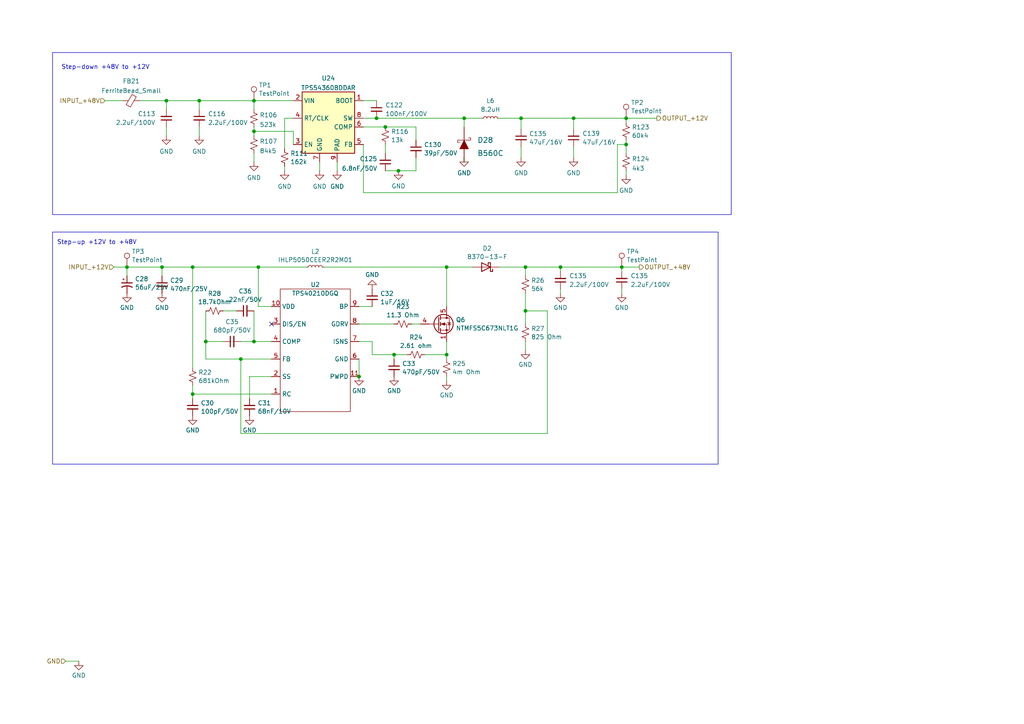
<source format=kicad_sch>
(kicad_sch (version 20230121) (generator eeschema)
  (paper "A4")
  (lib_symbols
    (symbol "Connector:TestPoint" (pin_numbers hide) (pin_names (offset 0.762) hide)
      (property "Reference" "TP" (at 0 6.858 0))
      (property "Value" "TestPoint" (at 0 5.08 0))
      (symbol "TestPoint_0_1"
        (circle (center 0 3.302) (radius 0.762))
      )
      (symbol "TestPoint_1_1"
        (pin passive line (at 0 0 90) (length 2.54) (name "1") (number "1"))
      )
    )
    (symbol "Converter_DCDC:TPS40210"
      (property "Reference" "U" (at 0 2.54 0))
      (symbol "TPS40210_0_1"
        (rectangle (start -10.16 0) (end 10.16 -35.56))
      )
      (symbol "TPS40210_1_1"
        (pin input line (at -12.7 -30.48 0) (length 2.54) (name "RC") (number "1"))
        (pin input line (at -12.7 -5.08 0) (length 2.54) (name "VDD") (number "10"))
        (pin input line (at 12.7 -25.4 180) (length 2.54) (name "PWPD") (number "11"))
        (pin input line (at -12.7 -25.4 0) (length 2.54) (name "SS") (number "2"))
        (pin input line (at -12.7 -10.16 0) (length 2.54) (name "DIS/EN") (number "3"))
        (pin input line (at -12.7 -15.24 0) (length 2.54) (name "COMP") (number "4"))
        (pin input line (at -12.7 -20.32 0) (length 2.54) (name "FB") (number "5"))
        (pin input line (at 12.7 -20.32 180) (length 2.54) (name "GND") (number "6"))
        (pin input line (at 12.7 -15.24 180) (length 2.54) (name "ISNS") (number "7"))
        (pin input line (at 12.7 -10.16 180) (length 2.54) (name "GDRV") (number "8"))
        (pin input line (at 12.7 -5.08 180) (length 2.54) (name "BP") (number "9"))
      )
    )
    (symbol "Device:C_Polarized_Small_US" (pin_numbers hide) (pin_names (offset 0.254) hide)
      (property "Reference" "C" (at 0.254 1.778 0))
      (property "Value" "C_Polarized_Small_US" (at 0.254 -2.032 0))
      (symbol "C_Polarized_Small_US_0_1"
        (polyline (pts (xy -1.524 0.508) (xy 1.524 0.508)) (stroke (width 0.3048)))
        (polyline (pts (xy -1.27 1.524) (xy -0.762 1.524)))
        (polyline (pts (xy -1.016 1.27) (xy -1.016 1.778)))
        (arc (start 1.524 -0.762) (mid 0 -0.3734) (end -1.524 -0.762) (stroke (width 0.3048)))
      )
      (symbol "C_Polarized_Small_US_1_1"
        (pin passive line (at 0 2.54 270) (length 2.032) (name "~") (number "1"))
        (pin passive line (at 0 -2.54 90) (length 2.032) (name "~") (number "2"))
      )
    )
    (symbol "Device:C_Small" (pin_numbers hide) (pin_names (offset 0.254) hide)
      (property "Reference" "C" (at 0.254 1.778 0))
      (property "Value" "C_Small" (at 0.254 -2.032 0))
      (symbol "C_Small_0_1"
        (polyline (pts (xy -1.524 -0.508) (xy 1.524 -0.508)) (stroke (width 0.3302)))
        (polyline (pts (xy -1.524 0.508) (xy 1.524 0.508)) (stroke (width 0.3048)))
      )
      (symbol "C_Small_1_1"
        (pin passive line (at 0 2.54 270) (length 2.032) (name "~") (number "1"))
        (pin passive line (at 0 -2.54 90) (length 2.032) (name "~") (number "2"))
      )
    )
    (symbol "Device:D_Schottky" (pin_numbers hide) (pin_names (offset 1.016) hide)
      (property "Reference" "D" (at 0 2.54 0))
      (property "Value" "D_Schottky" (at 0 -2.54 0))
      (symbol "D_Schottky_0_1"
        (polyline (pts (xy 1.27 0) (xy -1.27 0)))
        (polyline (pts (xy 1.27 1.27) (xy 1.27 -1.27) (xy -1.27 0) (xy 1.27 1.27)) (stroke (width 0.254)))
        (polyline (pts (xy -1.905 0.635) (xy -1.905 1.27) (xy -1.27 1.27) (xy -1.27 -1.27) (xy -0.635 -1.27) (xy -0.635 -0.635)) (stroke (width 0.254)))
      )
      (symbol "D_Schottky_1_1"
        (pin passive line (at -3.81 0 0) (length 2.54) (name "K") (number "1"))
        (pin passive line (at 3.81 0 180) (length 2.54) (name "A") (number "2"))
      )
    )
    (symbol "Device:FerriteBead_Small" (pin_numbers hide) (pin_names (offset 0))
      (property "Reference" "FB" (at 1.905 1.27 0))
      (property "Value" "FerriteBead_Small" (at 1.905 -1.27 0))
      (symbol "FerriteBead_Small_0_1"
        (polyline (pts (xy 0 -1.27) (xy 0 -0.7874)))
        (polyline (pts (xy 0 0.889) (xy 0 1.2954)))
        (polyline (pts (xy -1.8288 0.2794) (xy -1.1176 1.4986) (xy 1.8288 -0.2032) (xy 1.1176 -1.4224) (xy -1.8288 0.2794)))
      )
      (symbol "FerriteBead_Small_1_1"
        (pin passive line (at 0 2.54 270) (length 1.27) (name "~") (number "1"))
        (pin passive line (at 0 -2.54 90) (length 1.27) (name "~") (number "2"))
      )
    )
    (symbol "Device:L_Small" (pin_numbers hide) (pin_names (offset 0.254) hide)
      (property "Reference" "L" (at 0.762 1.016 0))
      (property "Value" "L_Small" (at 0.762 -1.016 0))
      (symbol "L_Small_0_1"
        (arc (start 0 -2.032) (mid 0.5058 -1.524) (end 0 -1.016))
        (arc (start 0 -1.016) (mid 0.5058 -0.508) (end 0 0))
        (arc (start 0 0) (mid 0.5058 0.508) (end 0 1.016))
        (arc (start 0 1.016) (mid 0.5058 1.524) (end 0 2.032))
      )
      (symbol "L_Small_1_1"
        (pin passive line (at 0 2.54 270) (length 0.508) (name "~") (number "1"))
        (pin passive line (at 0 -2.54 90) (length 0.508) (name "~") (number "2"))
      )
    )
    (symbol "Device:R_Small_US" (pin_numbers hide) (pin_names (offset 0.254) hide)
      (property "Reference" "R" (at 0.762 0.508 0))
      (property "Value" "R_Small_US" (at 0.762 -1.016 0))
      (symbol "R_Small_US_1_1"
        (polyline (pts (xy 0 0) (xy 1.016 -0.381) (xy 0 -0.762) (xy -1.016 -1.143) (xy 0 -1.524)))
        (polyline (pts (xy 0 1.524) (xy 1.016 1.143) (xy 0 0.762) (xy -1.016 0.381) (xy 0 0)))
        (pin passive line (at 0 2.54 270) (length 1.016) (name "~") (number "1"))
        (pin passive line (at 0 -2.54 90) (length 1.016) (name "~") (number "2"))
      )
    )
    (symbol "GND_1" (power) (pin_names (offset 0))
      (property "Value" "GND_1" (at 0 -3.81 0))
      (symbol "GND_1_0_1"
        (polyline (pts (xy 0 0) (xy 0 -1.27) (xy 1.27 -1.27) (xy 0 -2.54) (xy -1.27 -1.27) (xy 0 -1.27)))
      )
      (symbol "GND_1_1_1"
        (pin power_in line (at 0 0 270) (length 0) hide (name "GND") (number "1"))
      )
    )
    (symbol "Transistor_FET:CSD18540Q5B" (pin_names hide)
      (property "Reference" "Q" (at 5.08 1.905 0))
      (property "Value" "CSD18540Q5B" (at 5.08 0 0))
      (symbol "CSD18540Q5B_0_1"
        (polyline (pts (xy 0.254 0) (xy -2.54 0)))
        (polyline (pts (xy 0.254 1.905) (xy 0.254 -1.905)) (stroke (width 0.254)))
        (polyline (pts (xy 0.762 -1.27) (xy 0.762 -2.286)) (stroke (width 0.254)))
        (polyline (pts (xy 0.762 0.508) (xy 0.762 -0.508)) (stroke (width 0.254)))
        (polyline (pts (xy 0.762 2.286) (xy 0.762 1.27)) (stroke (width 0.254)))
        (polyline (pts (xy 2.54 2.54) (xy 2.54 1.778)))
        (polyline (pts (xy 2.54 -2.54) (xy 2.54 0) (xy 0.762 0)))
        (polyline (pts (xy 0.762 -1.778) (xy 3.302 -1.778) (xy 3.302 1.778) (xy 0.762 1.778)))
        (polyline (pts (xy 1.016 0) (xy 2.032 0.381) (xy 2.032 -0.381) (xy 1.016 0)) (fill (type outline)))
        (polyline (pts (xy 2.794 0.508) (xy 2.921 0.381) (xy 3.683 0.381) (xy 3.81 0.254)))
        (polyline (pts (xy 3.302 0.381) (xy 2.921 -0.254) (xy 3.683 -0.254) (xy 3.302 0.381)))
        (circle (center 1.651 0) (radius 2.794) (stroke (width 0.254)))
        (circle (center 2.54 -1.778) (radius 0.254) (fill (type outline)))
        (circle (center 2.54 1.778) (radius 0.254) (fill (type outline)))
      )
      (symbol "CSD18540Q5B_1_1"
        (pin passive line (at 2.54 -5.08 90) (length 2.54) (name "S") (number "1"))
        (pin passive line (at 2.54 -5.08 90) (length 2.54) hide (name "S") (number "2"))
        (pin passive line (at 2.54 -5.08 90) (length 2.54) hide (name "S") (number "3"))
        (pin passive line (at -5.08 0 0) (length 2.54) (name "G") (number "4"))
        (pin passive line (at 2.54 5.08 270) (length 2.54) (name "D") (number "5"))
      )
    )
    (symbol "device:C_Small" (pin_numbers hide) (pin_names (offset 0.254) hide)
      (property "Reference" "C" (at 0.254 1.778 0))
      (property "Value" "C_Small" (at 0.254 -2.032 0))
      (symbol "C_Small_0_1"
        (polyline (pts (xy -1.524 -0.508) (xy 1.524 -0.508)) (stroke (width 0.3302)))
        (polyline (pts (xy -1.524 0.508) (xy 1.524 0.508)) (stroke (width 0.3048)))
      )
      (symbol "C_Small_1_1"
        (pin passive line (at 0 2.54 270) (length 2.032) (name "~") (number "1"))
        (pin passive line (at 0 -2.54 90) (length 2.032) (name "~") (number "2"))
      )
    )
    (symbol "device:L_Small" (pin_numbers hide) (pin_names (offset 0.254) hide)
      (property "Reference" "L" (at 0.762 1.016 0))
      (property "Value" "L_Small" (at 0.762 -1.016 0))
      (symbol "L_Small_0_1"
        (arc (start 0 -2.032) (mid 0.5058 -1.524) (end 0 -1.016))
        (arc (start 0 -1.016) (mid 0.5058 -0.508) (end 0 0))
        (arc (start 0 0) (mid 0.5058 0.508) (end 0 1.016))
        (arc (start 0 1.016) (mid 0.5058 1.524) (end 0 2.032))
      )
      (symbol "L_Small_1_1"
        (pin passive line (at 0 2.54 270) (length 0.508) (name "~") (number "1"))
        (pin passive line (at 0 -2.54 90) (length 0.508) (name "~") (number "2"))
      )
    )
    (symbol "dk_Diodes-Rectifiers-Single:B560C-13-F" (pin_numbers hide) (pin_names (offset 0) hide)
      (property "Reference" "D28" (at 1.27 -3.81 90))
      (property "Value" "B560C" (at -2.54 -3.81 90))
      (symbol "B560C-13-F_0_1"
        (polyline (pts (xy 1.27 1.27) (xy 1.27 -1.27)))
        (polyline (pts (xy -1.27 1.27) (xy -1.27 -1.27) (xy 1.27 0) (xy -1.27 1.27)) (fill (type outline)))
        (polyline (pts (xy 1.27 -1.27) (xy 1.27 -1.905) (xy 1.905 -1.905) (xy 1.905 -1.27)))
        (polyline (pts (xy 1.27 1.27) (xy 1.27 1.905) (xy 0.635 1.905) (xy 0.635 1.27)))
      )
      (symbol "B560C-13-F_1_1"
        (pin passive line (at 5.08 0 180) (length 3.81) (name "K") (number "1"))
        (pin passive line (at -5.08 0 0) (length 3.81) (name "A") (number "2"))
      )
    )
    (symbol "gabriel:TPS54360BDDAR"
      (property "Reference" "U" (at 0 0 0))
      (property "Value" "TPS54360BDDAR" (at 0 -2.54 0))
      (symbol "TPS54360BDDAR_0_1"
        (rectangle (start -7.62 -5.08) (end 7.62 -22.86) (stroke (width 0.254)) (fill (type background)))
      )
      (symbol "TPS54360BDDAR_1_1"
        (pin input line (at 10.16 -7.62 180) (length 2.54) (name "BOOT") (number "1"))
        (pin input line (at -10.16 -7.62 0) (length 2.54) (name "VIN") (number "2"))
        (pin input line (at -10.16 -20.32 0) (length 2.54) (name "EN") (number "3"))
        (pin input line (at -10.16 -12.7 0) (length 2.54) (name "RT/CLK") (number "4"))
        (pin input line (at 10.16 -20.32 180) (length 2.54) (name "FB") (number "5"))
        (pin passive line (at 10.16 -15.24 180) (length 2.54) (name "COMP") (number "6"))
        (pin power_in line (at -2.54 -25.4 90) (length 2.54) (name "GND") (number "7"))
        (pin output line (at 10.16 -12.7 180) (length 2.54) (name "SW") (number "8"))
        (pin passive line (at 2.54 -25.4 90) (length 2.54) (name "PAD") (number "9"))
      )
    )
    (symbol "power:GND" (power) (pin_names (offset 0))
      (property "Value" "GND" (at 0 -3.81 0))
      (symbol "GND_0_1"
        (polyline (pts (xy 0 0) (xy 0 -1.27) (xy 1.27 -1.27) (xy 0 -2.54) (xy -1.27 -1.27) (xy 0 -1.27)))
      )
      (symbol "GND_1_1"
        (pin power_in line (at 0 0 270) (length 0) hide (name "GND") (number "1"))
      )
    )
  )
  (junction (at 48.26 29.21))
  (junction (at 151.13 34.29))
  (junction (at 166.37 34.29))
  (junction (at 152.4 77.47))
  (junction (at 111.76 36.83))
  (junction (at 104.14 109.22))
  (junction (at 73.66 38.1))
  (junction (at 74.93 77.47))
  (junction (at 46.99 77.47))
  (junction (at 57.785 29.21))
  (junction (at 162.56 77.47))
  (junction (at 73.66 99.06))
  (junction (at 129.54 102.87))
  (junction (at 181.61 41.91))
  (junction (at 73.66 29.21))
  (junction (at 69.85 104.14))
  (junction (at 59.69 99.06))
  (junction (at 55.88 114.3))
  (junction (at 36.83 77.47))
  (junction (at 134.62 34.29))
  (junction (at 114.3 102.87))
  (junction (at 55.88 77.47))
  (junction (at 152.4 90.17))
  (junction (at 109.22 34.29))
  (junction (at 181.61 34.29))
  (junction (at 180.34 77.47))
  (junction (at 115.57 49.53))
  (junction (at 129.54 77.47))
  (no_connect (at 78.74 93.98))
  (wire (pts (xy 69.85 104.14) (xy 59.69 104.14)))
  (wire (pts (xy 48.26 36.83) (xy 48.26 39.37)))
  (wire (pts (xy 74.93 77.47) (xy 74.93 88.9)))
  (wire (pts (xy 144.78 77.47) (xy 152.4 77.47)))
  (wire (pts (xy 166.37 42.545) (xy 166.37 45.72)))
  (wire (pts (xy 46.99 80.01) (xy 46.99 77.47)))
  (wire (pts (xy 111.76 41.91) (xy 111.76 44.45)))
  (wire (pts (xy 105.41 36.83) (xy 111.76 36.83)))
  (wire (pts (xy 129.54 110.49) (xy 129.54 109.22)))
  (wire (pts (xy 105.41 29.21) (xy 109.22 29.21)))
  (wire (pts (xy 152.4 77.47) (xy 152.4 80.01)))
  (wire (pts (xy 120.65 49.53) (xy 120.65 45.72)))
  (wire (pts (xy 55.88 77.47) (xy 55.88 106.68)))
  (wire (pts (xy 166.37 34.29) (xy 166.37 37.465)))
  (wire (pts (xy 73.66 90.17) (xy 73.66 99.06)))
  (wire (pts (xy 55.88 111.76) (xy 55.88 114.3)))
  (wire (pts (xy 74.93 88.9) (xy 78.74 88.9)))
  (wire (pts (xy 57.785 29.21) (xy 73.66 29.21)))
  (wire (pts (xy 36.83 80.01) (xy 36.83 77.47)))
  (wire (pts (xy 40.64 29.21) (xy 48.26 29.21)))
  (wire (pts (xy 181.61 40.64) (xy 181.61 41.91)))
  (wire (pts (xy 73.66 29.21) (xy 73.66 31.75)))
  (wire (pts (xy 118.11 102.87) (xy 114.3 102.87)))
  (wire (pts (xy 120.65 36.83) (xy 120.65 40.64)))
  (wire (pts (xy 107.95 99.06) (xy 104.14 99.06)))
  (wire (pts (xy 82.55 34.29) (xy 82.55 43.18)))
  (wire (pts (xy 69.85 125.73) (xy 158.75 125.73)))
  (wire (pts (xy 97.79 46.99) (xy 97.79 49.53)))
  (wire (pts (xy 109.22 34.29) (xy 134.62 34.29)))
  (wire (pts (xy 55.88 77.47) (xy 74.93 77.47)))
  (wire (pts (xy 36.83 77.47) (xy 46.99 77.47)))
  (wire (pts (xy 151.13 34.29) (xy 144.78 34.29)))
  (wire (pts (xy 93.98 77.47) (xy 129.54 77.47)))
  (wire (pts (xy 85.09 34.29) (xy 82.55 34.29)))
  (wire (pts (xy 151.13 37.465) (xy 151.13 34.29)))
  (wire (pts (xy 59.69 99.06) (xy 64.77 99.06)))
  (wire (pts (xy 30.48 29.21) (xy 35.56 29.21)))
  (wire (pts (xy 181.61 34.29) (xy 190.5 34.29)))
  (wire (pts (xy 46.99 77.47) (xy 55.88 77.47)))
  (wire (pts (xy 151.13 42.545) (xy 151.13 45.72)))
  (wire (pts (xy 104.14 88.9) (xy 107.95 88.9)))
  (wire (pts (xy 152.4 90.17) (xy 152.4 93.98)))
  (wire (pts (xy 134.62 46.99) (xy 134.62 45.72)))
  (wire (pts (xy 181.61 49.53) (xy 181.61 50.8)))
  (wire (pts (xy 123.19 102.87) (xy 129.54 102.87)))
  (wire (pts (xy 179.07 55.88) (xy 105.41 55.88)))
  (wire (pts (xy 82.55 48.26) (xy 82.55 49.53)))
  (wire (pts (xy 92.71 46.99) (xy 92.71 49.53)))
  (wire (pts (xy 73.66 38.1) (xy 85.09 38.1)))
  (wire (pts (xy 129.54 102.87) (xy 129.54 104.14)))
  (wire (pts (xy 181.61 35.56) (xy 181.61 34.29)))
  (wire (pts (xy 57.785 36.83) (xy 57.785 39.37)))
  (wire (pts (xy 107.95 102.87) (xy 107.95 99.06)))
  (wire (pts (xy 69.85 104.14) (xy 78.74 104.14)))
  (wire (pts (xy 72.39 109.22) (xy 72.39 115.57)))
  (wire (pts (xy 166.37 34.29) (xy 151.13 34.29)))
  (wire (pts (xy 105.41 34.29) (xy 109.22 34.29)))
  (wire (pts (xy 59.69 104.14) (xy 59.69 99.06)))
  (wire (pts (xy 73.66 38.1) (xy 73.66 39.37)))
  (wire (pts (xy 180.34 77.47) (xy 180.34 78.74)))
  (wire (pts (xy 152.4 77.47) (xy 162.56 77.47)))
  (wire (pts (xy 69.85 99.06) (xy 73.66 99.06)))
  (wire (pts (xy 73.66 99.06) (xy 78.74 99.06)))
  (wire (pts (xy 129.54 77.47) (xy 137.16 77.47)))
  (wire (pts (xy 73.66 36.83) (xy 73.66 38.1)))
  (wire (pts (xy 55.88 114.3) (xy 78.74 114.3)))
  (wire (pts (xy 104.14 93.98) (xy 114.3 93.98)))
  (wire (pts (xy 180.34 83.82) (xy 180.34 85.09)))
  (wire (pts (xy 104.14 104.14) (xy 104.14 109.22)))
  (wire (pts (xy 33.02 77.47) (xy 36.83 77.47)))
  (wire (pts (xy 57.785 29.21) (xy 57.785 31.75)))
  (wire (pts (xy 48.26 29.21) (xy 48.26 31.75)))
  (wire (pts (xy 181.61 34.29) (xy 166.37 34.29)))
  (wire (pts (xy 181.61 41.91) (xy 179.07 41.91)))
  (wire (pts (xy 48.26 29.21) (xy 57.785 29.21)))
  (wire (pts (xy 59.69 90.17) (xy 59.69 99.06)))
  (wire (pts (xy 129.54 77.47) (xy 129.54 88.9)))
  (wire (pts (xy 162.56 83.82) (xy 162.56 85.09)))
  (wire (pts (xy 64.77 90.17) (xy 68.58 90.17)))
  (wire (pts (xy 78.74 109.22) (xy 72.39 109.22)))
  (wire (pts (xy 119.38 93.98) (xy 121.92 93.98)))
  (wire (pts (xy 105.41 55.88) (xy 105.41 41.91)))
  (wire (pts (xy 152.4 99.06) (xy 152.4 101.6)))
  (wire (pts (xy 115.57 49.53) (xy 120.65 49.53)))
  (wire (pts (xy 88.9 77.47) (xy 74.93 77.47)))
  (wire (pts (xy 152.4 85.09) (xy 152.4 90.17)))
  (wire (pts (xy 162.56 77.47) (xy 162.56 78.74)))
  (wire (pts (xy 134.62 34.29) (xy 139.7 34.29)))
  (wire (pts (xy 73.66 29.21) (xy 85.09 29.21)))
  (wire (pts (xy 129.54 99.06) (xy 129.54 102.87)))
  (wire (pts (xy 134.62 36.83) (xy 134.62 34.29)))
  (wire (pts (xy 180.34 77.47) (xy 185.42 77.47)))
  (wire (pts (xy 69.85 104.14) (xy 69.85 125.73)))
  (wire (pts (xy 181.61 41.91) (xy 181.61 44.45)))
  (wire (pts (xy 179.07 41.91) (xy 179.07 55.88)))
  (wire (pts (xy 111.76 49.53) (xy 115.57 49.53)))
  (wire (pts (xy 19.05 191.77) (xy 22.86 191.77)))
  (wire (pts (xy 73.66 44.45) (xy 73.66 46.99)))
  (wire (pts (xy 152.4 90.17) (xy 158.75 90.17)))
  (wire (pts (xy 111.76 36.83) (xy 120.65 36.83)))
  (wire (pts (xy 162.56 77.47) (xy 180.34 77.47)))
  (wire (pts (xy 114.3 102.87) (xy 107.95 102.87)))
  (wire (pts (xy 85.09 38.1) (xy 85.09 41.91)))
  (wire (pts (xy 158.75 90.17) (xy 158.75 125.73)))
  (wire (pts (xy 114.3 102.87) (xy 114.3 104.14)))
  (wire (pts (xy 55.88 115.57) (xy 55.88 114.3)))
  (rectangle (start 15.24 67.31) (end 208.28 134.62))
  (rectangle (start 15.24 15.24) (end 212.09 62.23))
  (text "Step-up +12V to +48V" (at 16.51 71.12 0) (effects (font (size 1.27 1.27)) (justify left bottom)))
  (text "Step-down +48V to +12V" (at 17.78 20.32 0) (effects (font (size 1.27 1.27)) (justify left bottom)))
  (hierarchical_label "GND" (shape input) (at 19.05 191.77 180))
  (hierarchical_label "OUTPUT_+12V" (shape output) (at 190.5 34.29 0))
  (hierarchical_label "INPUT_+48V" (shape input) (at 30.48 29.21 180))
  (hierarchical_label "INPUT_+12V" (shape input) (at 33.02 77.47 180))
  (hierarchical_label "OUTPUT_+48V" (shape output) (at 185.42 77.47 0))
  (symbol (lib_id "device:C_Small") (at 111.76 46.99 0) (mirror x) (unit 1)
    (property "Reference" "C125" (at 109.4359 46.0751 0) (effects (justify right)))
    (property "Value" "6.8nF/50V" (at 109.4359 48.8502 0) (effects (justify right)))
    (property "Footprint" "Capacitor_SMD:C_0402_1005Metric" (effects hide))
    (property "LCSC Part" "C123518" (effects hide))
  )
  (symbol (lib_id "power:GND") (at 134.62 45.72 0) (unit 1)
    (property "Reference" "#PWR0123" (effects hide))
    (property "Value" "GND" (at 134.62 50.165 0))
  )
  (symbol (lib_id "power:GND") (at 92.71 49.53 0) (unit 1)
    (property "Reference" "#PWR0107" (effects hide))
    (property "Value" "GND" (at 92.71 54.0925 0))
  )
  (symbol (lib_id "power:GND") (at 97.79 49.53 0) (unit 1)
    (property "Reference" "#PWR0111" (effects hide))
    (property "Value" "GND" (at 97.79 54.0925 0))
  )
  (symbol (lib_id "Device:C_Small") (at 57.785 34.29 0) (unit 1)
    (property "Reference" "C116" (at 60.325 33.0262 0) (effects (justify left)))
    (property "Value" "2.2uF/100V" (at 60.325 35.5662 0) (effects (justify left)))
    (property "Footprint" "Capacitor_SMD:C_1206_3216Metric" (effects hide))
    (property "Datasheet" "https://datasheet.lcsc.com/lcsc/2007130933_Samsung-Electro-Mechanics-CL31B225KCHSNNE_C170101.pdf" (effects hide))
    (property "LCSC Part" "C170101" (effects hide))
  )
  (symbol (lib_id "device:C_Small") (at 120.65 43.18 0) (unit 1)
    (property "Reference" "C130" (at 122.9741 41.9742 0) (effects (justify left)))
    (property "Value" "39pF/50V" (at 122.9741 44.3984 0) (effects (justify left)))
    (property "Footprint" "Capacitor_SMD:C_0402_1005Metric" (effects hide))
    (property "LCSC Part" "C376784" (effects hide))
  )
  (symbol (lib_id "Device:R_Small_US") (at 181.61 38.1 180) (unit 1)
    (property "Reference" "R123" (at 183.261 36.8879 0) (effects (justify right)))
    (property "Value" "60k4" (at 183.261 39.3121 0) (effects (justify right)))
    (property "Footprint" "Resistor_SMD:R_0402_1005Metric" (effects hide))
    (property "LCSC Part" "C403296" (effects hide))
  )
  (symbol (lib_id "Device:R_Small_US") (at 152.4 82.55 0) (unit 1)
    (property "Reference" "R26" (at 154.051 81.3379 0) (effects (justify left)))
    (property "Value" "56k" (at 154.051 83.7621 0) (effects (justify left)))
    (property "Footprint" "Resistor_SMD:R_0402_1005Metric" (effects hide))
  )
  (symbol (lib_id "device:C_Small") (at 180.34 81.28 180) (unit 1)
    (property "Reference" "C135" (at 182.88 80.0035 0) (effects (justify right)))
    (property "Value" "2.2uF/100V" (at 182.88 82.5435 0) (effects (justify right)))
    (property "Footprint" "Capacitor_SMD:C_1206_3216Metric" (effects hide))
    (property "LCSC Part" "C172351" (effects hide))
    (instances (project "camaleao_rev8" (path "" (reference "C135") (unit 1))) (project "expansao_bateria_rev1.0.0" (path "" (reference "C37") (unit 1))) (project "camaleao_power_management" (path "" (reference "C135") (unit 1))))
  )
  (symbol (lib_id "Device:R_Small_US") (at 62.23 90.17 90) (unit 1)
    (property "Reference" "R28" (at 62.23 85.1367 90))
    (property "Value" "18.7kOhm" (at 62.23 87.5609 90))
    (property "Footprint" "Resistor_SMD:R_0402_1005Metric" (effects hide))
  )
  (symbol (lib_id "Device:R_Small_US") (at 181.61 46.99 0) (unit 1)
    (property "Reference" "R124" (at 183.261 46.0815 0) (effects (justify left)))
    (property "Value" "4k3" (at 183.261 48.8566 0) (effects (justify left)))
    (property "Footprint" "Resistor_SMD:R_0402_1005Metric" (effects hide))
    (property "LCSC Part" "C23159" (effects hide))
  )
  (symbol (lib_id "device:C_Small") (at 166.37 40.005 180) (unit 1)
    (property "Reference" "C139" (at 168.91 38.7285 0) (effects (justify right)))
    (property "Value" "47uF/16V" (at 168.91 41.2685 0) (effects (justify right)))
    (property "Footprint" "Capacitor_SMD:C_1206_3216Metric" (effects hide))
    (property "LCSC Part" "C172351" (effects hide))
  )
  (symbol (lib_id "Connector:TestPoint") (at 73.66 29.21 0) (unit 1)
    (property "Reference" "TP1" (at 75.057 24.6959 0) (effects (justify left)))
    (property "Value" "TestPoint" (at 75.057 27.1201 0) (effects (justify left)))
    (property "Footprint" "TestPoint:TestPoint_Pad_D1.0mm" (effects hide))
  )
  (symbol (lib_name "GND_1") (lib_id "power:GND") (at 180.34 85.09 0) (unit 1)
    (property "Reference" "#PWR037" (effects hide))
    (property "Value" "GND" (at 180.34 89.2231 0))
  )
  (symbol (lib_id "Connector:TestPoint") (at 180.34 77.47 0) (unit 1)
    (property "Reference" "TP4" (at 181.737 72.9559 0) (effects (justify left)))
    (property "Value" "TestPoint" (at 181.737 75.3801 0) (effects (justify left)))
    (property "Footprint" "TestPoint:TestPoint_Pad_D1.0mm" (effects hide))
  )
  (symbol (lib_id "Device:C_Small") (at 71.12 90.17 90) (unit 1)
    (property "Reference" "C36" (at 71.1263 84.4636 90))
    (property "Value" "22nF/50V" (at 71.1263 86.8878 90))
    (property "Footprint" "Capacitor_SMD:C_0402_1005Metric" (effects hide))
  )
  (symbol (lib_id "Transistor_FET:CSD18540Q5B") (at 127 93.98 0) (unit 1)
    (property "Reference" "Q6" (at 132.207 92.7679 0) (effects (justify left)))
    (property "Value" "NTMFS5C673NLT1G" (at 132.207 95.1921 0) (effects (justify left)))
    (property "Footprint" "Package_TO_SOT_SMD:TDSON-8-1" (effects hide))
    (property "Datasheet" "http://www.ti.com/lit/gpn/csd18540q5b" (effects hide))
  )
  (symbol (lib_id "Device:C_Small") (at 55.88 118.11 0) (unit 1)
    (property "Reference" "C30" (at 58.2041 116.9042 0) (effects (justify left)))
    (property "Value" "100pF/50V" (at 58.2041 119.3284 0) (effects (justify left)))
    (property "Footprint" "Capacitor_SMD:C_0402_1005Metric" (effects hide))
  )
  (symbol (lib_id "Device:R_Small_US") (at 116.84 93.98 90) (unit 1)
    (property "Reference" "R23" (at 116.84 88.9467 90))
    (property "Value" "11.3 Ohm" (at 116.84 91.3709 90))
    (property "Footprint" "Resistor_SMD:R_0402_1005Metric" (effects hide))
  )
  (symbol (lib_name "GND_1") (lib_id "power:GND") (at 72.39 120.65 0) (unit 1)
    (property "Reference" "#PWR023" (effects hide))
    (property "Value" "GND" (at 72.39 124.7831 0))
  )
  (symbol (lib_id "Device:L_Small") (at 91.44 77.47 90) (unit 1)
    (property "Reference" "L2" (at 91.44 72.9469 90))
    (property "Value" "IHLP5050CEER2R2M01" (at 91.44 75.3711 90))
    (property "Footprint" "Inductor_SMD:L_Vishay_IHLP-5050" (effects hide))
    (property "LCSC Part" "IHLP5050CEER2R2M01" (effects hide))
  )
  (symbol (lib_name "GND_1") (lib_id "power:GND") (at 22.86 191.77 0) (unit 1)
    (property "Reference" "#PWR033" (effects hide))
    (property "Value" "GND" (at 22.86 195.9031 0))
  )
  (symbol (lib_id "dk_Diodes-Rectifiers-Single:B560C-13-F") (at 134.62 41.91 90) (unit 1)
    (property "Reference" "D28" (at 138.43 40.64 90) (effects (font (size 1.524 1.524)) (justify right)))
    (property "Value" "B560C" (at 138.43 44.45 90) (effects (font (size 1.524 1.524)) (justify right)))
    (property "Footprint" "Diode_SMD:D_SMC" (effects hide))
    (property "Datasheet" "https://www.diodes.com/assets/Datasheets/ds13012.pdf" (effects hide))
    (property "Digi-Key_PN" "B560C-FDICT-ND" (effects hide))
    (property "MPN" "B560C-13-F" (effects hide))
    (property "Category" "Discrete Semiconductor Products" (effects hide))
    (property "Family" "Diodes - Rectifiers - Single" (effects hide))
    (property "DK_Datasheet_Link" "https://www.diodes.com/assets/Datasheets/ds13012.pdf" (effects hide))
    (property "DK_Detail_Page" "/product-detail/en/diodes-incorporated/B560C-13-F/B560C-FDICT-ND/768816" (effects hide))
    (property "Description" "DIODE SCHOTTKY 60V 5A SMC" (effects hide))
    (property "Manufacturer" "Diodes Incorporated" (effects hide))
    (property "Status" "Active" (effects hide))
    (property "LCSC Part" "C85100" (effects hide))
  )
  (symbol (lib_id "Connector:TestPoint") (at 181.61 34.29 0) (unit 1)
    (property "Reference" "TP2" (at 183.007 29.7759 0) (effects (justify left)))
    (property "Value" "TestPoint" (at 183.007 32.2001 0) (effects (justify left)))
    (property "Footprint" "TestPoint:TestPoint_Pad_D1.0mm" (effects hide))
  )
  (symbol (lib_id "device:C_Small") (at 151.13 40.005 0) (unit 1)
    (property "Reference" "C135" (at 153.4541 38.7992 0) (effects (justify left)))
    (property "Value" "47uF/16V" (at 153.4541 41.2234 0) (effects (justify left)))
    (property "Footprint" "Capacitor_SMD:C_1206_3216Metric" (effects hide))
    (property "LCSC Part" "C172351" (effects hide))
  )
  (symbol (lib_id "Device:R_Small_US") (at 55.88 109.22 0) (unit 1)
    (property "Reference" "R22" (at 57.531 108.0079 0) (effects (justify left)))
    (property "Value" "681kOhm" (at 57.531 110.4321 0) (effects (justify left)))
    (property "Footprint" "Resistor_SMD:R_0402_1005Metric" (effects hide))
  )
  (symbol (lib_id "Device:R_Small_US") (at 111.76 39.37 0) (unit 1)
    (property "Reference" "R116" (at 113.411 38.1579 0) (effects (justify left)))
    (property "Value" "13k" (at 113.411 40.5821 0) (effects (justify left)))
    (property "Footprint" "Resistor_SMD:R_0402_1005Metric" (effects hide))
    (property "LCSC Part" "C170711" (effects hide))
  )
  (symbol (lib_name "GND_1") (lib_id "power:GND") (at 36.83 85.09 0) (unit 1)
    (property "Reference" "#PWR025" (effects hide))
    (property "Value" "GND" (at 36.83 89.2231 0))
  )
  (symbol (lib_id "Device:C_Small") (at 48.26 34.29 0) (mirror x) (unit 1)
    (property "Reference" "C113" (at 45.085 33.0135 0) (effects (justify right)))
    (property "Value" "2.2uF/100V" (at 45.085 35.5535 0) (effects (justify right)))
    (property "Footprint" "Capacitor_SMD:C_1206_3216Metric" (effects hide))
    (property "Datasheet" "https://datasheet.lcsc.com/lcsc/2007130933_Samsung-Electro-Mechanics-CL31B225KCHSNNE_C170101.pdf" (effects hide))
    (property "LCSC Part" "C170101" (effects hide))
  )
  (symbol (lib_id "Device:R_Small_US") (at 152.4 96.52 0) (unit 1)
    (property "Reference" "R27" (at 154.051 95.3079 0) (effects (justify left)))
    (property "Value" "825 Ohm" (at 154.051 97.7321 0) (effects (justify left)))
    (property "Footprint" "Resistor_SMD:R_0402_1005Metric" (effects hide))
  )
  (symbol (lib_name "GND_1") (lib_id "power:GND") (at 46.99 85.09 0) (unit 1)
    (property "Reference" "#PWR026" (effects hide))
    (property "Value" "GND" (at 46.99 89.2231 0))
  )
  (symbol (lib_id "power:GND") (at 57.785 39.37 0) (unit 1)
    (property "Reference" "#PWR094" (effects hide))
    (property "Value" "GND" (at 57.785 43.9325 0))
  )
  (symbol (lib_id "Device:C_Small") (at 107.95 86.36 0) (unit 1)
    (property "Reference" "C32" (at 110.2741 85.1542 0) (effects (justify left)))
    (property "Value" "1uF/16V" (at 110.2741 87.5784 0) (effects (justify left)))
    (property "Footprint" "Capacitor_SMD:C_0402_1005Metric" (effects hide))
  )
  (symbol (lib_id "gabriel:TPS54360BDDAR") (at 95.25 21.59 0) (unit 1)
    (property "Reference" "U24" (at 95.25 22.7035 0))
    (property "Value" "TPS54360BDDAR" (at 95.25 25.4786 0))
    (property "Footprint" "Package_SO:SOIC127P600X170-9N" (effects hide))
    (property "LCSC Part" "C524806" (effects hide))
  )
  (symbol (lib_id "Device:D_Schottky") (at 140.97 77.47 180) (unit 1)
    (property "Reference" "D2" (at 141.2875 72.0557 0))
    (property "Value" "B370-13-F" (at 141.2875 74.4799 0))
    (property "Footprint" "Diode_SMD:D_SMC" (effects hide))
  )
  (symbol (lib_id "Device:R_Small_US") (at 82.55 45.72 180) (unit 1)
    (property "Reference" "R111" (at 84.201 44.5079 0) (effects (justify right)))
    (property "Value" "162k" (at 84.201 46.9321 0) (effects (justify right)))
    (property "Footprint" "Resistor_SMD:R_0402_1005Metric" (effects hide))
    (property "LCSC Part" "C403015" (effects hide))
  )
  (symbol (lib_id "power:GND") (at 151.13 45.72 0) (unit 1)
    (property "Reference" "#PWR0127" (effects hide))
    (property "Value" "GND" (at 151.13 50.165 0))
  )
  (symbol (lib_id "power:GND") (at 48.26 39.37 0) (unit 1)
    (property "Reference" "#PWR091" (effects hide))
    (property "Value" "GND" (at 48.26 43.9325 0))
  )
  (symbol (lib_name "GND_1") (lib_id "power:GND") (at 104.14 109.22 0) (unit 1)
    (property "Reference" "#PWR028" (effects hide))
    (property "Value" "GND" (at 104.14 113.3531 0))
  )
  (symbol (lib_id "device:C_Small") (at 162.56 81.28 180) (unit 1)
    (property "Reference" "C135" (at 165.1 80.0035 0) (effects (justify right)))
    (property "Value" "2.2uF/100V" (at 165.1 82.5435 0) (effects (justify right)))
    (property "Footprint" "Capacitor_SMD:C_1206_3216Metric" (effects hide))
    (property "LCSC Part" "C172351" (effects hide))
    (instances (project "camaleao_rev8" (path "" (reference "C135") (unit 1))) (project "expansao_bateria_rev1.0.0" (path "" (reference "C34") (unit 1))) (project "camaleao_power_management" (path "" (reference "C135") (unit 1))))
  )
  (symbol (lib_name "GND_1") (lib_id "power:GND") (at 55.88 120.65 0) (unit 1)
    (property "Reference" "#PWR024" (effects hide))
    (property "Value" "GND" (at 55.88 124.7831 0))
  )
  (symbol (lib_name "GND_1") (lib_id "power:GND") (at 129.54 110.49 0) (unit 1)
    (property "Reference" "#PWR030" (effects hide))
    (property "Value" "GND" (at 129.54 114.6231 0))
  )
  (symbol (lib_id "Device:R_Small_US") (at 129.54 106.68 0) (unit 1)
    (property "Reference" "R25" (at 131.191 105.4679 0) (effects (justify left)))
    (property "Value" "4m Ohm" (at 131.191 107.8921 0) (effects (justify left)))
    (property "Footprint" "Resistor_SMD:R_1206_3216Metric" (effects hide))
  )
  (symbol (lib_id "power:GND") (at 115.57 49.53 0) (unit 1)
    (property "Reference" "#PWR0116" (effects hide))
    (property "Value" "GND" (at 115.57 53.975 0))
  )
  (symbol (lib_id "Connector:TestPoint") (at 36.83 77.47 0) (unit 1)
    (property "Reference" "TP3" (at 38.227 72.9559 0) (effects (justify left)))
    (property "Value" "TestPoint" (at 38.227 75.3801 0) (effects (justify left)))
    (property "Footprint" "TestPoint:TestPoint_Pad_D1.0mm" (effects hide))
  )
  (symbol (lib_id "Device:C_Small") (at 46.99 82.55 0) (unit 1)
    (property "Reference" "C29" (at 49.3141 81.3442 0) (effects (justify left)))
    (property "Value" "470nF/25V" (at 49.3141 83.7684 0) (effects (justify left)))
    (property "Footprint" "Capacitor_SMD:C_0603_1608Metric" (effects hide))
  )
  (symbol (lib_id "Device:R_Small_US") (at 120.65 102.87 90) (unit 1)
    (property "Reference" "R24" (at 120.65 97.8367 90))
    (property "Value" "2.61 ohm" (at 120.65 100.2609 90))
    (property "Footprint" "Resistor_SMD:R_0402_1005Metric" (effects hide))
  )
  (symbol (lib_id "Device:R_Small_US") (at 73.66 41.91 0) (unit 1)
    (property "Reference" "R107" (at 75.311 41.0015 0) (effects (justify left)))
    (property "Value" "84k5" (at 75.311 43.7766 0) (effects (justify left)))
    (property "Footprint" "Resistor_SMD:R_0402_1005Metric" (effects hide))
    (property "LCSC Part" "C403376" (effects hide))
  )
  (symbol (lib_id "power:GND") (at 82.55 49.53 0) (unit 1)
    (property "Reference" "#PWR0104" (effects hide))
    (property "Value" "GND" (at 82.55 54.0925 0))
  )
  (symbol (lib_name "GND_1") (lib_id "power:GND") (at 114.3 109.22 0) (unit 1)
    (property "Reference" "#PWR029" (effects hide))
    (property "Value" "GND" (at 114.3 113.3531 0))
  )
  (symbol (lib_name "GND_1") (lib_id "power:GND") (at 152.4 101.6 0) (unit 1)
    (property "Reference" "#PWR032" (effects hide))
    (property "Value" "GND" (at 152.4 105.7331 0))
  )
  (symbol (lib_id "device:L_Small") (at 142.24 34.29 90) (unit 1)
    (property "Reference" "L6" (at 142.24 29.21 90))
    (property "Value" "8.2uH" (at 142.24 31.75 90))
    (property "Footprint" "Inductor_SMD:MHCC10040-8R2M-R7" (effects hide))
    (property "Datasheet" "https://datasheet.lcsc.com/lcsc/1912111437_Chilisin-Elec-MHCC10040-8R2M-R7_C285788.pdf" (effects hide))
    (property "LCSC Part" "C285788" (effects hide))
  )
  (symbol (lib_id "Device:C_Small") (at 109.22 31.75 0) (unit 1)
    (property "Reference" "C122" (at 111.76 30.4862 0) (effects (justify left)))
    (property "Value" "100nF/100V" (at 111.76 33.0262 0) (effects (justify left)))
    (property "Footprint" "Capacitor_SMD:C_0402_1005Metric" (effects hide))
    (property "LCSC Part" "C113803" (effects hide))
  )
  (symbol (lib_name "GND_1") (lib_id "power:GND") (at 162.56 85.09 0) (unit 1)
    (property "Reference" "#PWR031" (effects hide))
    (property "Value" "GND" (at 162.56 89.2231 0))
  )
  (symbol (lib_id "Device:R_Small_US") (at 73.66 34.29 0) (unit 1)
    (property "Reference" "R106" (at 75.311 33.3815 0) (effects (justify left)))
    (property "Value" "523k" (at 75.311 36.1566 0) (effects (justify left)))
    (property "Footprint" "Resistor_SMD:R_0402_1005Metric" (effects hide))
    (property "LCSC Part" "C23076" (effects hide))
  )
  (symbol (lib_id "power:GND") (at 73.66 46.99 0) (unit 1)
    (property "Reference" "#PWR0100" (effects hide))
    (property "Value" "GND" (at 73.66 51.5525 0))
  )
  (symbol (lib_id "Converter_DCDC:TPS40210") (at 91.44 83.82 0) (unit 1)
    (property "Reference" "U2" (at 91.44 82.55 0))
    (property "Value" "TPS40210DGQ" (at 91.44 85.09 0))
    (property "Footprint" "Package_SO:MSOP-10-1EP_3x3mm_P0.5mm_EP1.68x1.88mm_ThermalVias" (effects hide))
    (property "LCSC Part" "C14728" (effects hide))
  )
  (symbol (lib_id "power:GND") (at 166.37 45.72 0) (unit 1)
    (property "Reference" "#PWR0132" (effects hide))
    (property "Value" "GND" (at 166.37 50.165 0))
  )
  (symbol (lib_id "power:GND") (at 181.61 50.8 0) (unit 1)
    (property "Reference" "#PWR0135" (effects hide))
    (property "Value" "GND" (at 181.61 55.245 0))
  )
  (symbol (lib_name "GND_1") (lib_id "power:GND") (at 107.95 83.82 180) (unit 1)
    (property "Reference" "#PWR027" (effects hide))
    (property "Value" "GND" (at 107.95 79.6869 0))
  )
  (symbol (lib_id "Device:C_Polarized_Small_US") (at 36.83 82.55 0) (unit 1)
    (property "Reference" "C28" (at 39.1414 80.9061 0) (effects (justify left)))
    (property "Value" "56uF/25V" (at 39.1414 83.3303 0) (effects (justify left)))
    (property "Footprint" "Capacitor_SMD:C_Elec_8x5.4" (effects hide))
    (property "LCSC Part" "C445041" (effects hide))
  )
  (symbol (lib_id "Device:C_Small") (at 72.39 118.11 180) (unit 1)
    (property "Reference" "C31" (at 74.7141 116.8915 0) (effects (justify right)))
    (property "Value" "68nF/10V" (at 74.7141 119.3157 0) (effects (justify right)))
    (property "Footprint" "Capacitor_SMD:C_0402_1005Metric" (effects hide))
  )
  (symbol (lib_id "Device:C_Small") (at 114.3 106.68 0) (unit 1)
    (property "Reference" "C33" (at 116.6241 105.4742 0) (effects (justify left)))
    (property "Value" "470pF/50V" (at 116.6241 107.8984 0) (effects (justify left)))
    (property "Footprint" "Capacitor_SMD:C_0402_1005Metric" (effects hide))
  )
  (symbol (lib_id "Device:C_Small") (at 67.31 99.06 90) (unit 1)
    (property "Reference" "C35" (at 67.3163 93.3536 90))
    (property "Value" "680pF/50V" (at 67.3163 95.7778 90))
    (property "Footprint" "Capacitor_SMD:C_0402_1005Metric" (effects hide))
  )
  (symbol (lib_id "Device:FerriteBead_Small") (at 38.1 29.21 90) (unit 1)
    (property "Reference" "FB21" (at 38.0619 23.5417 90))
    (property "Value" "FerriteBead_Small" (at 38.0619 26.3168 90))
    (property "Footprint" "Inductor_SMD:L_0603_1608Metric" (effects hide))
    (property "Datasheet" "https://datasheet.lcsc.com/lcsc/1912111437_FH-Guangdong-Fenghua-Advanced-Tech-CBM160808U000T_C394410.pdf" (effects hide))
    (property "Field4" "C394410" (effects hide))
  )
)
</source>
